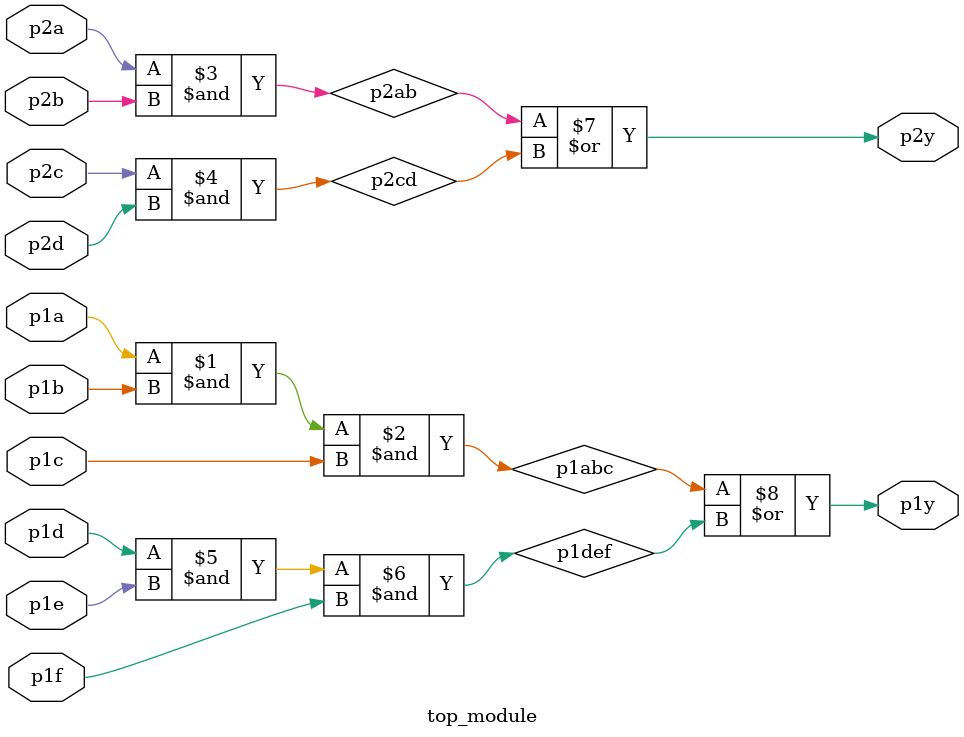
<source format=sv>
module top_module ( 
    input p1a, p1b, p1c, p1d, p1e, p1f,
    output p1y,
    input p2a, p2b, p2c, p2d,
    output p2y );
wire p1abc;
wire p2ab;
wire p2cd;
wire p1def;

    assign p1abc = p1a & p1b & p1c;
    assign p2ab = p2a & p2b;
    assign p2cd = p2c & p2d;
    assign p1def = p1d & p1e & p1f;
    assign p2y = p2ab | p2cd;
    assign p1y = p1abc | p1def;

endmodule

</source>
